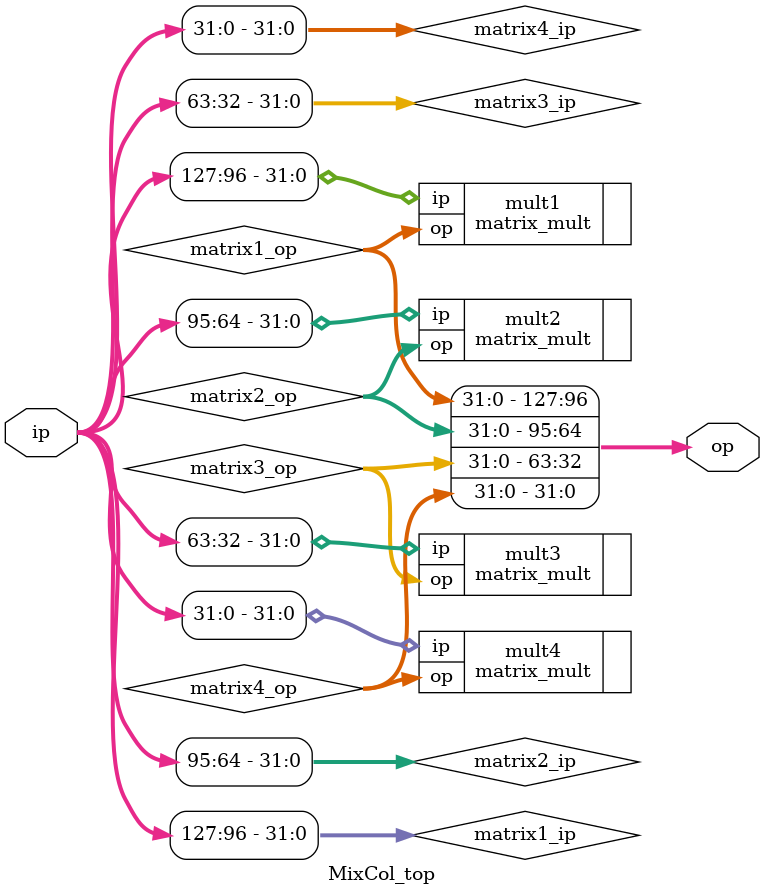
<source format=v>
module MixCol_top(
	input [127:0] ip,
	output [127:0] op
	);

    wire[31:0] matrix1_ip,matrix2_ip,matrix3_ip,matrix4_ip;
    wire[31:0] matrix1_op,matrix2_op,matrix3_op,matrix4_op;
    
    matrix_mult mult1(.ip(matrix1_ip),.op(matrix1_op));
    matrix_mult mult2(.ip(matrix2_ip),.op(matrix2_op));
    matrix_mult mult3(.ip(matrix3_ip),.op(matrix3_op));
    matrix_mult mult4(.ip(matrix4_ip),.op(matrix4_op));
    
    assign matrix1_ip[31:0] = ip[127:96];
    assign matrix2_ip[31:0] = ip[95:64];
    assign matrix3_ip[31:0] = ip[63:32];
    assign matrix4_ip[31:0] = ip[31:0];
    
    assign op[127:96] = matrix1_op[31:0];
    assign op[95:64] = matrix2_op[31:0];
    assign op[63:32] = matrix3_op[31:0];
    assign op[31:0] = matrix4_op[31:0];
	
endmodule

</source>
